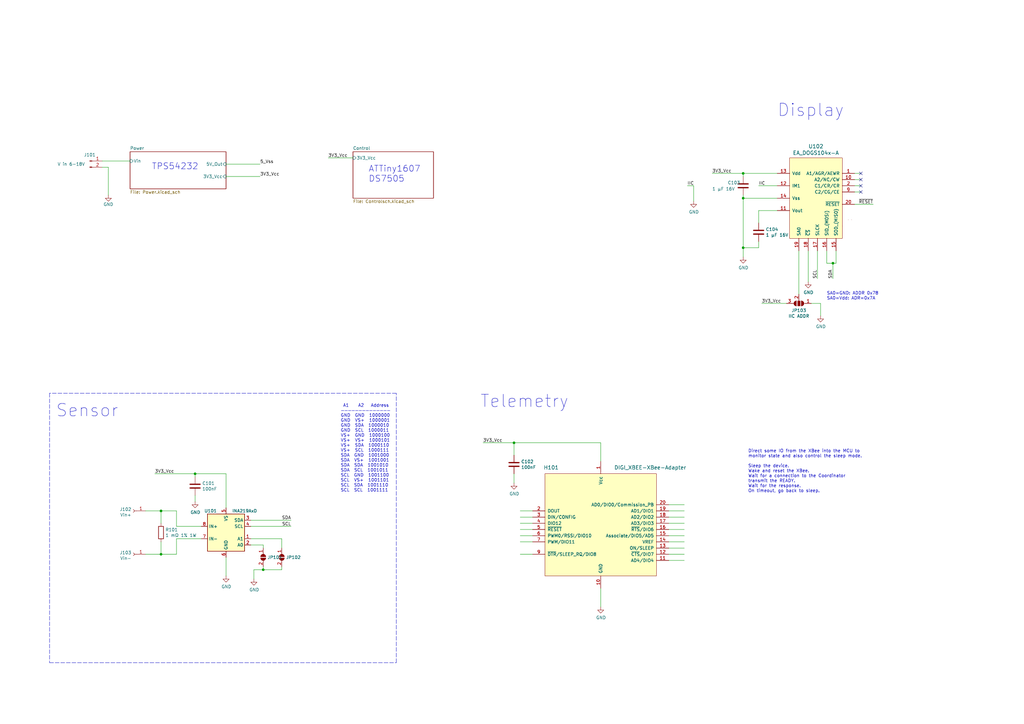
<source format=kicad_sch>
(kicad_sch (version 20211123) (generator eeschema)
  (paper "A3")
  (title_block (title "Field Device R3") (rev "1.0"))
  (lib_symbols
    (symbol "Analog_ADC:INA219AxD"
      (property "Reference" "U" (at -6.35 8.89 0))
      (property "Value" "INA219AxD" (at 5.08 8.89 0))
      (symbol "INA219AxD_0_1"
        (rectangle (start -7.62 7.62) (end 7.62 -7.62) (stroke (width 0.254)) (fill (type background)))
      )
      (symbol "INA219AxD_1_1"
        (pin input line (at 10.16 -2.54 180) (length 2.54) (name "A1") (number "1"))
        (pin input line (at 10.16 -5.08 180) (length 2.54) (name "A0") (number "2"))
        (pin bidirectional line (at 10.16 5.08 180) (length 2.54) (name "SDA") (number "3"))
        (pin input line (at 10.16 2.54 180) (length 2.54) (name "SCL") (number "4"))
        (pin power_in line (at 0 10.16 270) (length 2.54) (name "VS") (number "5"))
        (pin power_in line (at 0 -10.16 90) (length 2.54) (name "GND") (number "6"))
        (pin input line (at -10.16 -2.54 0) (length 2.54) (name "IN-") (number "7"))
        (pin input line (at -10.16 2.54 0) (length 2.54) (name "IN+") (number "8"))
      )
    )
    (symbol "Connector:Conn_01x01_Female" (pin_names (offset 1.016) hide)
      (property "Reference" "J" (at 0 2.54 0))
      (property "Value" "Conn_01x01_Female" (at 0 -2.54 0))
      (symbol "Conn_01x01_Female_1_1"
        (polyline (pts (xy -1.27 0) (xy -0.508 0)) (stroke (width 0.1524)))
        (arc (start 0 0.508) (mid -0.508 0) (end 0 -0.508) (stroke (width 0.1524)))
        (pin passive line (at -5.08 0 0) (length 3.81) (name "Pin_1") (number "1"))
      )
    )
    (symbol "Device:C" (pin_numbers hide) (pin_names (offset 0.254))
      (property "Reference" "C" (at 0.635 2.54 0))
      (property "Value" "C" (at 0.635 -2.54 0))
      (symbol "C_0_1"
        (polyline (pts (xy -2.032 -0.762) (xy 2.032 -0.762)) (stroke (width 0.508)))
        (polyline (pts (xy -2.032 0.762) (xy 2.032 0.762)) (stroke (width 0.508)))
      )
      (symbol "C_1_1"
        (pin passive line (at 0 3.81 270) (length 2.794) (name "~") (number "1"))
        (pin passive line (at 0 -3.81 90) (length 2.794) (name "~") (number "2"))
      )
    )
    (symbol "Device:R" (pin_numbers hide) (pin_names (offset 0))
      (property "Reference" "R" (at 2.032 0 90))
      (property "Value" "R" (at 0 0 90))
      (symbol "R_0_1"
        (rectangle (start -1.016 -2.54) (end 1.016 2.54) (stroke (width 0.254)))
      )
      (symbol "R_1_1"
        (pin passive line (at 0 3.81 270) (length 1.27) (name "~") (number "1"))
        (pin passive line (at 0 -3.81 90) (length 1.27) (name "~") (number "2"))
      )
    )
    (symbol "FieldDevice_Power_5V-rescue:Conn_01x02_Male-FieldDevice_Power_5V-rescue" (pin_names (offset 1.016) hide)
      (property "Reference" "J" (at 0 2.54 0))
      (property "Value" "Conn_01x02_Male-FieldDevice_Power_5V-rescue" (at 0 -5.08 0))
      (symbol "Conn_01x02_Male-FieldDevice_Power_5V-rescue_1_1"
        (polyline (pts (xy 1.27 -2.54) (xy 0.8636 -2.54)) (stroke (width 0.1524)))
        (polyline (pts (xy 1.27 0) (xy 0.8636 0)) (stroke (width 0.1524)))
        (rectangle (start 0.8636 -2.413) (end 0 -2.667) (stroke (width 0.1524)) (fill (type outline)))
        (rectangle (start 0.8636 0.127) (end 0 -0.127) (stroke (width 0.1524)) (fill (type outline)))
        (pin passive line (at 5.08 0 180) (length 3.81) (name "Pin_1") (number "1"))
        (pin passive line (at 5.08 -2.54 180) (length 3.81) (name "Pin_2") (number "2"))
      )
    )
    (symbol "FieldDevice_R3_Symbols:DIGI_XBEE-XBee-Adapter" (pin_names (offset 1.016))
      (property "Reference" "H" (at 19.05 -22.86 0))
      (property "Value" "DIGI_XBEE-XBee-Adapter" (at -1.27 13.97 0))
      (symbol "DIGI_XBEE-XBee-Adapter_0_1"
        (rectangle (start -22.86 21.59) (end 22.86 -20.32) (fill (type background)))
      )
      (symbol "DIGI_XBEE-XBee-Adapter_1_1"
        (pin input line (at 0 26.67 270) (length 5.08) (name "Vcc") (number "1"))
        (pin input line (at 0 -25.4 90) (length 5.08) (name "GND") (number "10"))
        (pin input line (at 27.94 -13.97 180) (length 5.08) (name "AD4/DIO4") (number "11"))
        (pin input line (at 27.94 -11.43 180) (length 5.08) (name "~{CTS}/DIO7") (number "12"))
        (pin input line (at 27.94 -8.89 180) (length 5.08) (name "ON/SLEEP") (number "13"))
        (pin input line (at 27.94 -6.35 180) (length 5.08) (name "VREF") (number "14"))
        (pin input line (at 27.94 -3.81 180) (length 5.08) (name "Associate/DIO5/AD5") (number "15"))
        (pin input line (at 27.94 -1.27 180) (length 5.08) (name "~{RTS}/DIO6") (number "16"))
        (pin input line (at 27.94 1.27 180) (length 5.08) (name "AD3/DIO3") (number "17"))
        (pin input line (at 27.94 3.81 180) (length 5.08) (name "AD2/DIO2") (number "18"))
        (pin input line (at 27.94 6.35 180) (length 5.08) (name "AD1/DIO1") (number "19"))
        (pin input line (at -27.94 6.35 0) (length 5.08) (name "DOUT") (number "2"))
        (pin input line (at 27.94 8.89 180) (length 5.08) (name "AD0/DIO0/Commission_PB") (number "20"))
        (pin input line (at -27.94 3.81 0) (length 5.08) (name "DIN/CONFIG") (number "3"))
        (pin input line (at -27.94 1.27 0) (length 5.08) (name "DIO12") (number "4"))
        (pin input line (at -27.94 -1.27 0) (length 5.08) (name "~{RESET}") (number "5"))
        (pin input line (at -27.94 -3.81 0) (length 5.08) (name "PWM0/RSSI/DIO10") (number "6"))
        (pin input line (at -27.94 -6.35 0) (length 5.08) (name "PWM/DIO11") (number "7"))
        (pin no_connect line (at -27.94 -8.89 0) (length 5.08) hide (name "Reserved") (number "8"))
        (pin input line (at -27.94 -11.43 0) (length 5.08) (name "~{DTR}/SLEEP_RQ/DIO8") (number "9"))
      )
    )
    (symbol "FieldDevice_R3_Symbols:EA_DOGS104x-A" (pin_names (offset 1.016))
      (property "Reference" "U" (at -13.97 17.78 0))
      (property "Value" "EA_DOGS104x-A" (at 0 13.97 0))
      (symbol "EA_DOGS104x-A_0_1"
        (rectangle (start -11.43 16.51) (end 10.16 -16.51) (fill (type background)))
        (rectangle (start 10.16 -11.43) (end 10.16 -11.43))
        (rectangle (start 12.7 -8.89) (end 12.7 -8.89))
        (rectangle (start 13.97 -8.89) (end 13.97 -8.89))
      )
      (symbol "EA_DOGS104x-A_1_1"
        (pin input line (at 15.24 10.16 180) (length 5.08) (name "A1/AGR/AEWR") (number "1"))
        (pin input line (at 15.24 7.62 180) (length 5.08) (name "A2/NC/CW") (number "10"))
        (pin input line (at -16.51 -5.08 0) (length 5.08) (name "Vout") (number "11"))
        (pin input line (at -16.51 5.08 0) (length 5.08) (name "IM1") (number "12"))
        (pin input line (at -16.51 10.16 0) (length 5.08) (name "Vdd") (number "13"))
        (pin input line (at -16.51 0 0) (length 5.08) (name "Vss") (number "14"))
        (pin input line (at 7.62 -21.59 90) (length 5.08) (name "SOD_(MISO)") (number "15"))
        (pin input line (at 3.81 -21.59 90) (length 5.08) (name "SID_(MOSI)") (number "16"))
        (pin input line (at 0 -21.59 90) (length 5.08) (name "SLCK~{}") (number "17"))
        (pin input line (at -3.81 -21.59 90) (length 5.08) (name "~{CS}") (number "18"))
        (pin input line (at -7.62 -21.59 90) (length 5.08) (name "SA0~{}") (number "19"))
        (pin input line (at 15.24 5.08 180) (length 5.08) (name "C1/CR/CR") (number "2"))
        (pin input line (at 15.24 -2.54 180) (length 5.08) (name "~{RESET}") (number "20"))
        (pin input line (at 15.24 2.54 180) (length 5.08) (name "C2/CG/CE") (number "9"))
      )
    )
    (symbol "Jumper:SolderJumper_2_Open" (pin_names (offset 0) hide)
      (property "Reference" "JP" (at 0 2.032 0))
      (property "Value" "SolderJumper_2_Open" (at 0 -2.54 0))
      (symbol "SolderJumper_2_Open_0_1"
        (arc (start -0.254 1.016) (mid -1.27 0) (end -0.254 -1.016))
        (arc (start -0.254 1.016) (mid -1.27 0) (end -0.254 -1.016) (fill (type outline)))
        (polyline (pts (xy -0.254 1.016) (xy -0.254 -1.016)))
        (polyline (pts (xy 0.254 1.016) (xy 0.254 -1.016)))
        (arc (start 0.254 -1.016) (mid 1.27 0) (end 0.254 1.016))
        (arc (start 0.254 -1.016) (mid 1.27 0) (end 0.254 1.016) (fill (type outline)))
      )
      (symbol "SolderJumper_2_Open_1_1"
        (pin passive line (at -3.81 0 0) (length 2.54) (name "A") (number "1"))
        (pin passive line (at 3.81 0 180) (length 2.54) (name "B") (number "2"))
      )
    )
    (symbol "Jumper:SolderJumper_3_Open" (pin_names (offset 0) hide)
      (property "Reference" "JP" (at -2.54 -2.54 0))
      (property "Value" "SolderJumper_3_Open" (at 0 2.794 0))
      (symbol "SolderJumper_3_Open_0_1"
        (arc (start -1.016 1.016) (mid -2.032 0) (end -1.016 -1.016))
        (arc (start -1.016 1.016) (mid -2.032 0) (end -1.016 -1.016) (fill (type outline)))
        (rectangle (start -0.508 1.016) (end 0.508 -1.016) (fill (type outline)))
        (polyline (pts (xy -2.54 0) (xy -2.032 0)))
        (polyline (pts (xy -1.016 1.016) (xy -1.016 -1.016)))
        (polyline (pts (xy 0 -1.27) (xy 0 -1.016)))
        (polyline (pts (xy 1.016 1.016) (xy 1.016 -1.016)))
        (polyline (pts (xy 2.54 0) (xy 2.032 0)))
        (arc (start 1.016 -1.016) (mid 2.032 0) (end 1.016 1.016))
        (arc (start 1.016 -1.016) (mid 2.032 0) (end 1.016 1.016) (fill (type outline)))
      )
      (symbol "SolderJumper_3_Open_1_1"
        (pin passive line (at -5.08 0 0) (length 2.54) (name "A") (number "1"))
        (pin passive line (at 0 -3.81 90) (length 2.54) (name "C") (number "2"))
        (pin passive line (at 5.08 0 180) (length 2.54) (name "B") (number "3"))
      )
    )
    (symbol "power:GND" (power) (pin_names (offset 0))
      (property "Value" "GND" (at 0 -3.81 0))
      (symbol "GND_0_1"
        (polyline (pts (xy 0 0) (xy 0 -1.27) (xy 1.27 -1.27) (xy 0 -2.54) (xy -1.27 -1.27) (xy 0 -1.27)))
      )
      (symbol "GND_1_1"
        (pin power_in line (at 0 0 270) (length 0) hide (name "GND") (number "1"))
      )
    )
  )
  (junction (at 66.04 209.55))
  (junction (at 304.8 71.12))
  (junction (at 341.63 107.95))
  (junction (at 80.01 194.31))
  (junction (at 66.04 227.33))
  (junction (at 304.8 101.6))
  (junction (at 107.95 233.68))
  (junction (at 304.8 81.28))
  (junction (at 210.82 181.61))
  (no_connect (at 353.06 76.2))
  (no_connect (at 353.06 73.66))
  (no_connect (at 353.06 71.12))
  (no_connect (at 353.06 78.74))
  (wire (pts (xy 311.15 99.06) (xy 311.15 101.6)))
  (wire (pts (xy 104.14 233.68) (xy 104.14 237.49)))
  (wire (pts (xy 115.57 233.68) (xy 107.95 233.68)))
  (wire (pts (xy 274.32 209.55) (xy 280.67 209.55)))
  (wire (pts (xy 218.44 214.63) (xy 213.36 214.63)))
  (wire (pts (xy 80.01 203.2) (xy 80.01 205.74)))
  (wire (pts (xy 246.38 241.3) (xy 246.38 248.92)))
  (wire (pts (xy 92.71 208.28) (xy 92.71 194.31)))
  (wire (pts (xy 304.8 71.12) (xy 292.1 71.12)))
  (polyline (pts (xy 20.32 271.78) (xy 162.56 271.78)))
  (wire (pts (xy 218.44 219.71) (xy 213.36 219.71)))
  (polyline (pts (xy 162.56 271.78) (xy 162.56 161.29)))
  (wire (pts (xy 342.9 102.87) (xy 342.9 107.95)))
  (wire (pts (xy 72.39 227.33) (xy 72.39 220.98)))
  (wire (pts (xy 66.04 227.33) (xy 72.39 227.33)))
  (wire (pts (xy 341.63 107.95) (xy 342.9 107.95)))
  (wire (pts (xy 66.04 222.25) (xy 66.04 227.33)))
  (wire (pts (xy 304.8 80.01) (xy 304.8 81.28)))
  (wire (pts (xy 327.66 102.87) (xy 327.66 120.65)))
  (wire (pts (xy 107.95 232.41) (xy 107.95 233.68)))
  (wire (pts (xy 274.32 219.71) (xy 280.67 219.71)))
  (wire (pts (xy 115.57 232.41) (xy 115.57 233.68)))
  (wire (pts (xy 274.32 229.87) (xy 280.67 229.87)))
  (wire (pts (xy 210.82 181.61) (xy 198.12 181.61)))
  (wire (pts (xy 339.09 107.95) (xy 341.63 107.95)))
  (wire (pts (xy 102.87 223.52) (xy 107.95 223.52)))
  (wire (pts (xy 246.38 189.23) (xy 246.38 181.61)))
  (wire (pts (xy 318.77 86.36) (xy 311.15 86.36)))
  (wire (pts (xy 322.58 124.46) (xy 312.42 124.46)))
  (wire (pts (xy 274.32 222.25) (xy 280.67 222.25)))
  (wire (pts (xy 350.52 73.66) (xy 353.06 73.66)))
  (wire (pts (xy 92.71 194.31) (xy 80.01 194.31)))
  (wire (pts (xy 218.44 227.33) (xy 213.36 227.33)))
  (wire (pts (xy 92.71 72.39) (xy 106.68 72.39)))
  (wire (pts (xy 82.55 215.9) (xy 72.39 215.9)))
  (wire (pts (xy 311.15 86.36) (xy 311.15 91.44)))
  (wire (pts (xy 44.45 68.58) (xy 44.45 80.01)))
  (wire (pts (xy 102.87 220.98) (xy 115.57 220.98)))
  (wire (pts (xy 92.71 228.6) (xy 92.71 236.22)))
  (wire (pts (xy 82.55 220.98) (xy 72.39 220.98)))
  (wire (pts (xy 274.32 214.63) (xy 280.67 214.63)))
  (wire (pts (xy 304.8 81.28) (xy 304.8 101.6)))
  (wire (pts (xy 331.47 102.87) (xy 331.47 115.57)))
  (wire (pts (xy 107.95 233.68) (xy 104.14 233.68)))
  (wire (pts (xy 92.71 67.31) (xy 106.68 67.31)))
  (wire (pts (xy 304.8 101.6) (xy 304.8 105.41)))
  (polyline (pts (xy 162.56 161.29) (xy 20.32 161.29)))
  (wire (pts (xy 218.44 209.55) (xy 213.36 209.55)))
  (wire (pts (xy 144.78 64.77) (xy 134.62 64.77)))
  (wire (pts (xy 350.52 83.82) (xy 358.14 83.82)))
  (wire (pts (xy 336.55 124.46) (xy 336.55 129.54)))
  (wire (pts (xy 336.55 124.46) (xy 332.74 124.46)))
  (wire (pts (xy 280.67 212.09) (xy 274.32 212.09)))
  (wire (pts (xy 210.82 194.31) (xy 210.82 198.12)))
  (wire (pts (xy 218.44 222.25) (xy 213.36 222.25)))
  (wire (pts (xy 304.8 101.6) (xy 311.15 101.6)))
  (wire (pts (xy 107.95 223.52) (xy 107.95 224.79)))
  (wire (pts (xy 80.01 194.31) (xy 80.01 195.58)))
  (wire (pts (xy 350.52 78.74) (xy 353.06 78.74)))
  (wire (pts (xy 210.82 181.61) (xy 210.82 186.69)))
  (wire (pts (xy 102.87 215.9) (xy 119.38 215.9)))
  (wire (pts (xy 72.39 209.55) (xy 66.04 209.55)))
  (wire (pts (xy 274.32 227.33) (xy 280.67 227.33)))
  (wire (pts (xy 350.52 71.12) (xy 353.06 71.12)))
  (wire (pts (xy 41.91 68.58) (xy 44.45 68.58)))
  (wire (pts (xy 218.44 212.09) (xy 213.36 212.09)))
  (wire (pts (xy 339.09 102.87) (xy 339.09 107.95)))
  (wire (pts (xy 318.77 81.28) (xy 304.8 81.28)))
  (wire (pts (xy 246.38 181.61) (xy 210.82 181.61)))
  (wire (pts (xy 318.77 76.2) (xy 311.15 76.2)))
  (wire (pts (xy 284.48 82.55) (xy 284.48 76.2)))
  (wire (pts (xy 274.32 224.79) (xy 280.67 224.79)))
  (wire (pts (xy 80.01 194.31) (xy 63.5 194.31)))
  (wire (pts (xy 335.28 102.87) (xy 335.28 114.3)))
  (wire (pts (xy 218.44 217.17) (xy 213.36 217.17)))
  (polyline (pts (xy 20.32 161.29) (xy 20.32 271.78)))
  (wire (pts (xy 53.34 66.04) (xy 41.91 66.04)))
  (wire (pts (xy 304.8 71.12) (xy 318.77 71.12)))
  (wire (pts (xy 115.57 220.98) (xy 115.57 224.79)))
  (wire (pts (xy 102.87 213.36) (xy 119.38 213.36)))
  (wire (pts (xy 350.52 76.2) (xy 353.06 76.2)))
  (wire (pts (xy 284.48 76.2) (xy 281.94 76.2)))
  (wire (pts (xy 59.69 227.33) (xy 66.04 227.33)))
  (wire (pts (xy 341.63 107.95) (xy 341.63 114.3)))
  (wire (pts (xy 274.32 207.01) (xy 280.67 207.01)))
  (wire (pts (xy 72.39 215.9) (xy 72.39 209.55)))
  (wire (pts (xy 280.67 217.17) (xy 274.32 217.17)))
  (wire (pts (xy 66.04 209.55) (xy 66.04 214.63)))
  (wire (pts (xy 66.04 209.55) (xy 59.69 209.55)))
  (wire (pts (xy 304.8 71.12) (xy 304.8 72.39)))
  (text "Direct some IO from the XBee into the MCU to \nmonitor state and also control the sleep mode.\n\nSleep the device. \nWake and reset the XBee.\nWait for a connection to the Coordinator\ntransmit the READY.\nWait for the response.\nOn timeout, go back to sleep.\n" (at 306.832 202.184 0) (effects (font (size 1.27 1.27)) (justify left bottom)))
  (text "TPS54232" (at 62.23 69.85 0) (effects (font (size 2.54 2.54)) (justify left bottom)))
  (text "SA0=GND: ADDR 0x78\nSA0=Vdd: ADR=0x7A" (at 339.09 123.19 0) (effects (font (size 1.27 1.27)) (justify left bottom)))
  (text "ATTiny1607 \nDS7505\n" (at 151.13 74.93 0) (effects (font (size 2.54 2.54)) (justify left bottom)))
  (text "Display" (at 318.77 48.26 0) (effects (font (size 5.08 5.08)) (justify left bottom)))
  (text "Sensor" (at 22.86 171.45 0) (effects (font (size 5.08 5.08)) (justify left bottom)))
  (text " A1    A2   Address\n——————————————\nGND  GND  1000000\nGND  VS+  1000001\nGND  SDA  1000010\nGND  SCL  1000011\nVS+  GND  1000100\nVS+  VS+  1000101\nVS+  SDA  1000110\nVS+  SCL  1000111\nSDA  GND  1001000\nSDA  VS+  1001001\nSDA  SDA  1001010\nSDA  SCL  1001011\nSCL  GND  1001100\nSCL  VS+  1001101\nSCL  SDA  1001110\nSCL  SCL  1001111" (at 139.7 201.93 0) (effects (font (size 1.27 1.27)) (justify left bottom)))
  (text "Telemetry" (at 196.85 167.64 0) (effects (font (size 5.08 5.08)) (justify left bottom)))
  (label "3V3_Vcc" (at 198.12 181.61 0))
  (label "3V3_Vcc" (at 292.1 71.12 0))
  (label "5_Vss" (at 106.68 67.31 0))
  (label "SDA" (at 119.38 213.36 180))
  (label "SCL" (at 119.38 215.9 180))
  (label "3V3_Vcc" (at 134.62 64.77 0))
  (label "~{RESET}" (at 358.14 83.82 180))
  (label "IIC" (at 281.94 76.2 0))
  (label "3V3_Vcc" (at 63.5 194.31 0))
  (label "3V3_Vcc" (at 106.68 72.39 0))
  (label "IIC" (at 311.15 76.2 0))
  (label "SCL" (at 335.28 114.3 90))
  (label "3V3_Vcc" (at 312.42 124.46 0))
  (label "SDA" (at 341.63 114.3 90))
  (symbol (lib_id "FieldDevice_Power_5V-rescue:Conn_01x02_Male-FieldDevice_Power_5V-rescue") (at 36.83 66.04 0) (unit 1)
    (property "Reference" "J101" (at 36.83 63.5 0))
    (property "Value" "V in 6-18V" (at 29.21 67.31 0))
    (property "Footprint" "Pin_Headers:Pin_Header_Angled_1x02_Pitch2.54mm" (effects hide))
    (property "Link" "Value" (effects hide))
    (property "Comp_Name" "V in 6-18V" (effects hide))
  )
  (symbol (lib_id "power:GND") (at 44.45 80.01 0) (unit 1)
    (property "Reference" "#PWR0101" (effects hide))
    (property "Value" "GND" (at 44.45 83.82 0))
  )
  (symbol (lib_id "Connector:Conn_01x01_Female") (at 54.61 209.55 0) (mirror y) (unit 1)
    (property "Reference" "J102" (at 53.8988 208.8896 0) (effects (justify left)))
    (property "Value" "Vin+" (at 53.8988 211.201 0) (effects (justify left)))
  )
  (symbol (lib_id "Connector:Conn_01x01_Female") (at 54.61 227.33 0) (mirror y) (unit 1)
    (property "Reference" "J103" (at 53.8988 226.6696 0) (effects (justify left)))
    (property "Value" "Vin-" (at 53.8988 228.981 0) (effects (justify left)))
  )
  (symbol (lib_id "Analog_ADC:INA219AxD") (at 92.71 218.44 0) (unit 1)
    (property "Reference" "U101" (at 86.36 209.55 0))
    (property "Value" "INA219AxD" (at 100.33 209.55 0))
    (property "Footprint" "Package_SO:SOIC-8_3.9x4.9mm_P1.27mm" (effects hide))
    (property "Datasheet" "http://www.ti.com/lit/ds/symlink/ina219.pdf" (effects hide))
  )
  (symbol (lib_id "power:GND") (at 92.71 236.22 0) (unit 1)
    (property "Reference" "#PWR0103" (effects hide))
    (property "Value" "GND" (at 92.837 240.6142 0))
  )
  (symbol (lib_id "Device:C") (at 80.01 199.39 0) (unit 1)
    (property "Reference" "C101" (at 82.931 198.2216 0) (effects (justify left)))
    (property "Value" "100nF" (at 82.931 200.533 0) (effects (justify left)))
    (property "Footprint" "Capacitor_SMD:C_0805_2012Metric" (effects hide))
  )
  (symbol (lib_id "power:GND") (at 80.01 205.74 0) (unit 1)
    (property "Reference" "#PWR0102" (effects hide))
    (property "Value" "GND" (at 80.137 210.1342 0))
  )
  (symbol (lib_id "Jumper:SolderJumper_2_Open") (at 107.95 228.6 270) (unit 1)
    (property "Reference" "JP101" (at 109.6772 228.6 90) (effects (justify left)))
    (property "Value" "SolderJumper_2_Open" (effects hide))
  )
  (symbol (lib_id "Jumper:SolderJumper_2_Open") (at 115.57 228.6 270) (unit 1)
    (property "Reference" "JP102" (at 117.2972 228.6 90) (effects (justify left)))
    (property "Value" "SolderJumper_2_Open" (effects hide))
  )
  (symbol (lib_id "power:GND") (at 104.14 237.49 0) (unit 1)
    (property "Reference" "#PWR0104" (effects hide))
    (property "Value" "GND" (at 104.267 241.8842 0))
  )
  (symbol (lib_id "FieldDevice_R3_Symbols:DIGI_XBEE-XBee-Adapter") (at 246.38 215.9 0) (unit 1)
    (property "Reference" "H101" (at 226.06 191.77 0) (effects (font (size 1.524 1.524))))
    (property "Value" "DIGI_XBEE-XBee-Adapter" (at 266.7 191.77 0) (effects (font (size 1.524 1.524))))
  )
  (symbol (lib_id "power:GND") (at 246.38 248.92 0) (unit 1)
    (property "Reference" "#PWR0106" (effects hide))
    (property "Value" "GND" (at 246.507 253.3142 0))
  )
  (symbol (lib_id "Device:C") (at 210.82 190.5 0) (unit 1)
    (property "Reference" "C102" (at 213.741 189.3316 0) (effects (justify left)))
    (property "Value" "100nF" (at 213.741 191.643 0) (effects (justify left)))
    (property "Footprint" "Capacitor_SMD:C_0805_2012Metric" (effects hide))
  )
  (symbol (lib_id "power:GND") (at 210.82 198.12 0) (unit 1)
    (property "Reference" "#PWR0105" (effects hide))
    (property "Value" "GND" (at 210.947 202.5142 0))
  )
  (symbol (lib_id "FieldDevice_R3_Symbols:EA_DOGS104x-A") (at 335.28 81.28 0) (unit 1)
    (property "Reference" "U102" (at 334.645 60.0202 0) (effects (font (size 1.524 1.524))))
    (property "Value" "EA_DOGS104x-A" (at 334.645 62.7126 0) (effects (font (size 1.524 1.524))))
  )
  (symbol (lib_id "Device:C") (at 304.8 76.2 0) (unit 1)
    (property "Reference" "C103" (at 298.45 74.93 0) (effects (justify left)))
    (property "Value" "1 µF 16V" (at 292.1 77.47 0) (effects (justify left)))
    (property "Footprint" "Capacitor_SMD:C_0805_2012Metric" (effects hide))
  )
  (symbol (lib_id "Device:C") (at 311.15 95.25 0) (unit 1)
    (property "Reference" "C104" (at 314.071 94.0816 0) (effects (justify left)))
    (property "Value" "1 µF 16V" (at 314.071 96.393 0) (effects (justify left)))
    (property "Footprint" "Capacitor_SMD:C_0805_2012Metric" (effects hide))
  )
  (symbol (lib_id "power:GND") (at 304.8 105.41 0) (unit 1)
    (property "Reference" "#PWR0108" (effects hide))
    (property "Value" "GND" (at 304.927 109.8042 0))
  )
  (symbol (lib_id "Device:R") (at 66.04 218.44 0) (unit 1)
    (property "Reference" "R101" (at 67.818 217.2716 0) (effects (justify left)))
    (property "Value" "1 mΩ 1% 1W" (at 67.818 219.583 0) (effects (justify left)))
    (property "Footprint" "Resistor_SMD:R_2010_5025Metric" (effects hide))
  )
  (symbol (lib_id "power:GND") (at 331.47 115.57 0) (unit 1)
    (property "Reference" "#PWR0109" (effects hide))
    (property "Value" "GND" (at 331.597 119.9642 0))
  )
  (symbol (lib_id "power:GND") (at 336.55 129.54 0) (unit 1)
    (property "Reference" "#PWR0110" (effects hide))
    (property "Value" "GND" (at 336.677 133.9342 0))
  )
  (symbol (lib_id "power:GND") (at 284.48 82.55 0) (unit 1)
    (property "Reference" "#PWR0107" (effects hide))
    (property "Value" "GND" (at 284.607 86.9442 0))
  )
  (symbol (lib_id "Jumper:SolderJumper_3_Open") (at 327.66 124.46 180) (unit 1)
    (property "Reference" "JP103" (at 327.66 127.3302 0))
    (property "Value" "IIC ADDR" (at 327.66 129.6416 0))
  )
  (sheet (at 53.34 62.23) (size 39.37 15.24)
    (property "Sheet name" "Power" (at 53.34 61.5184 0) (effects (justify left bottom)))
    (property "Sheet file" "Power.kicad_sch" (at 53.34 78.0546 0) (effects (justify left top)))
    (pin "Vin" input (at 53.34 66.04 180))
    (pin "5V_Out" input (at 92.71 67.31 0))
    (pin "3V3_Vcc" input (at 92.71 72.39 0))
  )
  (sheet (at 144.78 62.23) (size 33.02 19.05)
    (property "Sheet name" "Control" (at 144.78 61.5184 0) (effects (justify left bottom)))
    (property "Sheet file" "Controlsch.kicad_sch" (at 144.78 81.8646 0) (effects (justify left top)))
    (pin "3V3_Vcc" input (at 144.78 64.77 180))
  )
)
</source>
